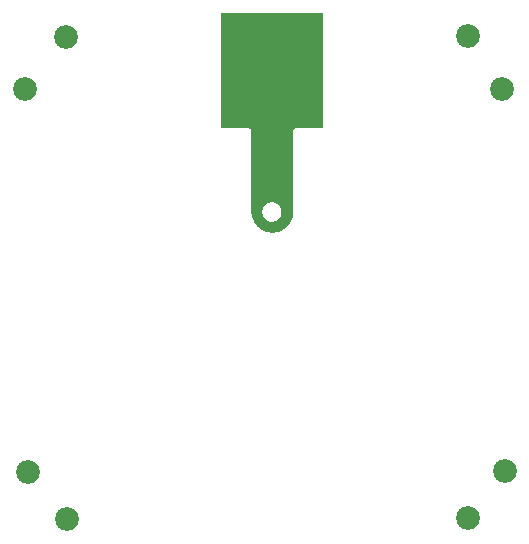
<source format=gts>
G04 MADE WITH FRITZING*
G04 WWW.FRITZING.ORG*
G04 DOUBLE SIDED*
G04 HOLES PLATED*
G04 CONTOUR ON CENTER OF CONTOUR VECTOR*
%ASAXBY*%
%FSLAX23Y23*%
%MOIN*%
%OFA0B0*%
%SFA1.0B1.0*%
%ADD10C,0.079370*%
%ADD11R,0.001000X0.001000*%
%LNCOPPER1*%
G90*
G70*
G54D10*
X1556Y90D03*
X1667Y1521D03*
X87Y242D03*
X217Y86D03*
X215Y1692D03*
X1677Y245D03*
X1554Y1696D03*
X77Y1519D03*
G54D11*
X733Y1773D02*
X1070Y1773D01*
X733Y1772D02*
X1070Y1772D01*
X733Y1771D02*
X1070Y1771D01*
X733Y1770D02*
X1070Y1770D01*
X733Y1769D02*
X1070Y1769D01*
X733Y1768D02*
X1070Y1768D01*
X733Y1767D02*
X1070Y1767D01*
X733Y1766D02*
X1070Y1766D01*
X733Y1765D02*
X1070Y1765D01*
X733Y1764D02*
X1070Y1764D01*
X733Y1763D02*
X1070Y1763D01*
X733Y1762D02*
X1070Y1762D01*
X733Y1761D02*
X1070Y1761D01*
X733Y1760D02*
X1070Y1760D01*
X733Y1759D02*
X1070Y1759D01*
X733Y1758D02*
X1070Y1758D01*
X733Y1757D02*
X1070Y1757D01*
X733Y1756D02*
X1070Y1756D01*
X733Y1755D02*
X1070Y1755D01*
X733Y1754D02*
X1070Y1754D01*
X733Y1753D02*
X1070Y1753D01*
X733Y1752D02*
X1070Y1752D01*
X733Y1751D02*
X1070Y1751D01*
X733Y1750D02*
X1070Y1750D01*
X733Y1749D02*
X1070Y1749D01*
X733Y1748D02*
X1070Y1748D01*
X733Y1747D02*
X1070Y1747D01*
X733Y1746D02*
X1070Y1746D01*
X733Y1745D02*
X1070Y1745D01*
X733Y1744D02*
X1070Y1744D01*
X733Y1743D02*
X1070Y1743D01*
X733Y1742D02*
X1070Y1742D01*
X733Y1741D02*
X1070Y1741D01*
X733Y1740D02*
X1070Y1740D01*
X733Y1739D02*
X1070Y1739D01*
X733Y1738D02*
X1070Y1738D01*
X733Y1737D02*
X1070Y1737D01*
X733Y1736D02*
X1070Y1736D01*
X733Y1735D02*
X1070Y1735D01*
X733Y1734D02*
X1070Y1734D01*
X733Y1733D02*
X1070Y1733D01*
X733Y1732D02*
X1070Y1732D01*
X733Y1731D02*
X1070Y1731D01*
X733Y1730D02*
X1070Y1730D01*
X733Y1729D02*
X1070Y1729D01*
X733Y1728D02*
X1070Y1728D01*
X733Y1727D02*
X1070Y1727D01*
X733Y1726D02*
X1070Y1726D01*
X733Y1725D02*
X1070Y1725D01*
X733Y1724D02*
X1070Y1724D01*
X733Y1723D02*
X1070Y1723D01*
X733Y1722D02*
X1070Y1722D01*
X733Y1721D02*
X1070Y1721D01*
X733Y1720D02*
X1070Y1720D01*
X733Y1719D02*
X1070Y1719D01*
X733Y1718D02*
X1070Y1718D01*
X733Y1717D02*
X1070Y1717D01*
X733Y1716D02*
X1070Y1716D01*
X733Y1715D02*
X1070Y1715D01*
X733Y1714D02*
X1070Y1714D01*
X733Y1713D02*
X1070Y1713D01*
X733Y1712D02*
X1070Y1712D01*
X733Y1711D02*
X1070Y1711D01*
X733Y1710D02*
X1070Y1710D01*
X733Y1709D02*
X1070Y1709D01*
X733Y1708D02*
X1070Y1708D01*
X733Y1707D02*
X1070Y1707D01*
X733Y1706D02*
X1070Y1706D01*
X733Y1705D02*
X1070Y1705D01*
X733Y1704D02*
X1070Y1704D01*
X733Y1703D02*
X1070Y1703D01*
X733Y1702D02*
X1070Y1702D01*
X733Y1701D02*
X1070Y1701D01*
X733Y1700D02*
X1070Y1700D01*
X733Y1699D02*
X1070Y1699D01*
X733Y1698D02*
X1070Y1698D01*
X733Y1697D02*
X1070Y1697D01*
X733Y1696D02*
X1070Y1696D01*
X733Y1695D02*
X1070Y1695D01*
X733Y1694D02*
X1070Y1694D01*
X733Y1693D02*
X1070Y1693D01*
X733Y1692D02*
X1070Y1692D01*
X733Y1691D02*
X1070Y1691D01*
X733Y1690D02*
X1070Y1690D01*
X733Y1689D02*
X1070Y1689D01*
X733Y1688D02*
X1070Y1688D01*
X733Y1687D02*
X1070Y1687D01*
X733Y1686D02*
X1070Y1686D01*
X733Y1685D02*
X1070Y1685D01*
X733Y1684D02*
X1070Y1684D01*
X733Y1683D02*
X1070Y1683D01*
X733Y1682D02*
X1070Y1682D01*
X733Y1681D02*
X1070Y1681D01*
X733Y1680D02*
X1070Y1680D01*
X733Y1679D02*
X1070Y1679D01*
X733Y1678D02*
X1070Y1678D01*
X733Y1677D02*
X1070Y1677D01*
X733Y1676D02*
X1070Y1676D01*
X733Y1675D02*
X1070Y1675D01*
X733Y1674D02*
X1070Y1674D01*
X733Y1673D02*
X1070Y1673D01*
X733Y1672D02*
X1070Y1672D01*
X733Y1671D02*
X1070Y1671D01*
X733Y1670D02*
X1070Y1670D01*
X733Y1669D02*
X1070Y1669D01*
X733Y1668D02*
X1070Y1668D01*
X733Y1667D02*
X1070Y1667D01*
X733Y1666D02*
X1070Y1666D01*
X733Y1665D02*
X1070Y1665D01*
X733Y1664D02*
X1070Y1664D01*
X733Y1663D02*
X1070Y1663D01*
X733Y1662D02*
X1070Y1662D01*
X733Y1661D02*
X1070Y1661D01*
X733Y1660D02*
X1070Y1660D01*
X733Y1659D02*
X1070Y1659D01*
X733Y1658D02*
X1070Y1658D01*
X733Y1657D02*
X1070Y1657D01*
X733Y1656D02*
X1070Y1656D01*
X733Y1655D02*
X1070Y1655D01*
X733Y1654D02*
X1070Y1654D01*
X733Y1653D02*
X1070Y1653D01*
X733Y1652D02*
X1070Y1652D01*
X733Y1651D02*
X1070Y1651D01*
X733Y1650D02*
X1070Y1650D01*
X733Y1649D02*
X1070Y1649D01*
X733Y1648D02*
X1070Y1648D01*
X733Y1647D02*
X1070Y1647D01*
X733Y1646D02*
X1070Y1646D01*
X733Y1645D02*
X1070Y1645D01*
X733Y1644D02*
X1070Y1644D01*
X733Y1643D02*
X1070Y1643D01*
X733Y1642D02*
X1070Y1642D01*
X733Y1641D02*
X1070Y1641D01*
X733Y1640D02*
X1070Y1640D01*
X733Y1639D02*
X1070Y1639D01*
X733Y1638D02*
X1070Y1638D01*
X733Y1637D02*
X1070Y1637D01*
X733Y1636D02*
X1070Y1636D01*
X733Y1635D02*
X1070Y1635D01*
X733Y1634D02*
X1070Y1634D01*
X733Y1633D02*
X1070Y1633D01*
X733Y1632D02*
X1070Y1632D01*
X733Y1631D02*
X1070Y1631D01*
X733Y1630D02*
X1070Y1630D01*
X733Y1629D02*
X1070Y1629D01*
X733Y1628D02*
X1070Y1628D01*
X733Y1627D02*
X1070Y1627D01*
X733Y1626D02*
X1070Y1626D01*
X733Y1625D02*
X1070Y1625D01*
X733Y1624D02*
X1070Y1624D01*
X733Y1623D02*
X1070Y1623D01*
X733Y1622D02*
X1070Y1622D01*
X733Y1621D02*
X1070Y1621D01*
X733Y1620D02*
X1070Y1620D01*
X733Y1619D02*
X1070Y1619D01*
X733Y1618D02*
X1070Y1618D01*
X733Y1617D02*
X1070Y1617D01*
X733Y1616D02*
X1070Y1616D01*
X733Y1615D02*
X1070Y1615D01*
X733Y1614D02*
X1070Y1614D01*
X733Y1613D02*
X1070Y1613D01*
X733Y1612D02*
X1070Y1612D01*
X733Y1611D02*
X1070Y1611D01*
X733Y1610D02*
X1070Y1610D01*
X733Y1609D02*
X1070Y1609D01*
X733Y1608D02*
X1070Y1608D01*
X733Y1607D02*
X1070Y1607D01*
X733Y1606D02*
X1070Y1606D01*
X733Y1605D02*
X1070Y1605D01*
X733Y1604D02*
X1070Y1604D01*
X733Y1603D02*
X1070Y1603D01*
X733Y1602D02*
X1070Y1602D01*
X733Y1601D02*
X1070Y1601D01*
X733Y1600D02*
X1070Y1600D01*
X733Y1599D02*
X1070Y1599D01*
X733Y1598D02*
X1070Y1598D01*
X733Y1597D02*
X1070Y1597D01*
X733Y1596D02*
X1070Y1596D01*
X733Y1595D02*
X1070Y1595D01*
X733Y1594D02*
X1070Y1594D01*
X733Y1593D02*
X1070Y1593D01*
X733Y1592D02*
X1070Y1592D01*
X733Y1591D02*
X1070Y1591D01*
X733Y1590D02*
X1070Y1590D01*
X733Y1589D02*
X1070Y1589D01*
X733Y1588D02*
X1070Y1588D01*
X733Y1587D02*
X1070Y1587D01*
X733Y1586D02*
X1070Y1586D01*
X733Y1585D02*
X1070Y1585D01*
X733Y1584D02*
X1070Y1584D01*
X733Y1583D02*
X1070Y1583D01*
X733Y1582D02*
X1070Y1582D01*
X733Y1581D02*
X1070Y1581D01*
X733Y1580D02*
X1070Y1580D01*
X733Y1579D02*
X1070Y1579D01*
X733Y1578D02*
X1070Y1578D01*
X733Y1577D02*
X1070Y1577D01*
X733Y1576D02*
X1070Y1576D01*
X733Y1575D02*
X1070Y1575D01*
X733Y1574D02*
X1070Y1574D01*
X733Y1573D02*
X1070Y1573D01*
X733Y1572D02*
X1070Y1572D01*
X733Y1571D02*
X1070Y1571D01*
X733Y1570D02*
X1070Y1570D01*
X733Y1569D02*
X1070Y1569D01*
X733Y1568D02*
X1070Y1568D01*
X733Y1567D02*
X1070Y1567D01*
X733Y1566D02*
X1070Y1566D01*
X733Y1565D02*
X1070Y1565D01*
X733Y1564D02*
X1070Y1564D01*
X733Y1563D02*
X1070Y1563D01*
X733Y1562D02*
X1070Y1562D01*
X733Y1561D02*
X1070Y1561D01*
X733Y1560D02*
X1070Y1560D01*
X733Y1559D02*
X1070Y1559D01*
X733Y1558D02*
X1070Y1558D01*
X733Y1557D02*
X1070Y1557D01*
X733Y1556D02*
X1070Y1556D01*
X733Y1555D02*
X1070Y1555D01*
X733Y1554D02*
X1070Y1554D01*
X733Y1553D02*
X1070Y1553D01*
X733Y1552D02*
X1070Y1552D01*
X733Y1551D02*
X1070Y1551D01*
X733Y1550D02*
X1070Y1550D01*
X733Y1549D02*
X1070Y1549D01*
X733Y1548D02*
X1070Y1548D01*
X733Y1547D02*
X1070Y1547D01*
X733Y1546D02*
X1070Y1546D01*
X733Y1545D02*
X1070Y1545D01*
X733Y1544D02*
X1070Y1544D01*
X733Y1543D02*
X1070Y1543D01*
X733Y1542D02*
X1070Y1542D01*
X733Y1541D02*
X1070Y1541D01*
X733Y1540D02*
X1070Y1540D01*
X733Y1539D02*
X1070Y1539D01*
X733Y1538D02*
X1070Y1538D01*
X733Y1537D02*
X1070Y1537D01*
X733Y1536D02*
X1070Y1536D01*
X733Y1535D02*
X1070Y1535D01*
X733Y1534D02*
X1070Y1534D01*
X733Y1533D02*
X1070Y1533D01*
X733Y1532D02*
X1070Y1532D01*
X733Y1531D02*
X1070Y1531D01*
X733Y1530D02*
X1070Y1530D01*
X733Y1529D02*
X1070Y1529D01*
X733Y1528D02*
X1070Y1528D01*
X733Y1527D02*
X1070Y1527D01*
X733Y1526D02*
X1070Y1526D01*
X733Y1525D02*
X1070Y1525D01*
X733Y1524D02*
X1070Y1524D01*
X733Y1523D02*
X1070Y1523D01*
X733Y1522D02*
X1070Y1522D01*
X733Y1521D02*
X1070Y1521D01*
X733Y1520D02*
X1070Y1520D01*
X733Y1519D02*
X1070Y1519D01*
X733Y1518D02*
X1070Y1518D01*
X733Y1517D02*
X1070Y1517D01*
X733Y1516D02*
X1070Y1516D01*
X733Y1515D02*
X1070Y1515D01*
X733Y1514D02*
X1070Y1514D01*
X733Y1513D02*
X1070Y1513D01*
X733Y1512D02*
X1070Y1512D01*
X733Y1511D02*
X1070Y1511D01*
X733Y1510D02*
X1070Y1510D01*
X733Y1509D02*
X1070Y1509D01*
X733Y1508D02*
X1070Y1508D01*
X733Y1507D02*
X1070Y1507D01*
X733Y1506D02*
X1070Y1506D01*
X733Y1505D02*
X1070Y1505D01*
X733Y1504D02*
X1070Y1504D01*
X733Y1503D02*
X1070Y1503D01*
X733Y1502D02*
X1070Y1502D01*
X733Y1501D02*
X1070Y1501D01*
X733Y1500D02*
X1070Y1500D01*
X733Y1499D02*
X1070Y1499D01*
X733Y1498D02*
X1070Y1498D01*
X733Y1497D02*
X1070Y1497D01*
X733Y1496D02*
X1070Y1496D01*
X733Y1495D02*
X1070Y1495D01*
X733Y1494D02*
X1070Y1494D01*
X733Y1493D02*
X1070Y1493D01*
X733Y1492D02*
X1070Y1492D01*
X733Y1491D02*
X1070Y1491D01*
X733Y1490D02*
X1070Y1490D01*
X733Y1489D02*
X1070Y1489D01*
X733Y1488D02*
X1070Y1488D01*
X733Y1487D02*
X1070Y1487D01*
X733Y1486D02*
X1070Y1486D01*
X733Y1485D02*
X1070Y1485D01*
X733Y1484D02*
X1070Y1484D01*
X733Y1483D02*
X1070Y1483D01*
X733Y1482D02*
X1070Y1482D01*
X733Y1481D02*
X1070Y1481D01*
X733Y1480D02*
X1070Y1480D01*
X733Y1479D02*
X1070Y1479D01*
X733Y1478D02*
X1070Y1478D01*
X733Y1477D02*
X1070Y1477D01*
X733Y1476D02*
X1070Y1476D01*
X733Y1475D02*
X1070Y1475D01*
X733Y1474D02*
X1070Y1474D01*
X733Y1473D02*
X1070Y1473D01*
X733Y1472D02*
X1070Y1472D01*
X733Y1471D02*
X1070Y1471D01*
X733Y1470D02*
X1070Y1470D01*
X733Y1469D02*
X1070Y1469D01*
X733Y1468D02*
X1070Y1468D01*
X733Y1467D02*
X1070Y1467D01*
X733Y1466D02*
X1070Y1466D01*
X733Y1465D02*
X1070Y1465D01*
X733Y1464D02*
X1070Y1464D01*
X733Y1463D02*
X1070Y1463D01*
X733Y1462D02*
X1070Y1462D01*
X733Y1461D02*
X1070Y1461D01*
X733Y1460D02*
X1070Y1460D01*
X733Y1459D02*
X1070Y1459D01*
X733Y1458D02*
X1070Y1458D01*
X733Y1457D02*
X1070Y1457D01*
X733Y1456D02*
X1070Y1456D01*
X733Y1455D02*
X1070Y1455D01*
X733Y1454D02*
X1070Y1454D01*
X733Y1453D02*
X1070Y1453D01*
X733Y1452D02*
X1070Y1452D01*
X733Y1451D02*
X1070Y1451D01*
X733Y1450D02*
X1070Y1450D01*
X733Y1449D02*
X1070Y1449D01*
X733Y1448D02*
X1070Y1448D01*
X733Y1447D02*
X1070Y1447D01*
X733Y1446D02*
X1070Y1446D01*
X733Y1445D02*
X1070Y1445D01*
X733Y1444D02*
X1070Y1444D01*
X733Y1443D02*
X1070Y1443D01*
X733Y1442D02*
X1070Y1442D01*
X733Y1441D02*
X1070Y1441D01*
X733Y1440D02*
X1070Y1440D01*
X733Y1439D02*
X1070Y1439D01*
X733Y1438D02*
X1070Y1438D01*
X733Y1437D02*
X1070Y1437D01*
X733Y1436D02*
X1070Y1436D01*
X733Y1435D02*
X1070Y1435D01*
X733Y1434D02*
X1070Y1434D01*
X733Y1433D02*
X1070Y1433D01*
X733Y1432D02*
X1070Y1432D01*
X733Y1431D02*
X1070Y1431D01*
X733Y1430D02*
X1070Y1430D01*
X733Y1429D02*
X1070Y1429D01*
X733Y1428D02*
X1070Y1428D01*
X733Y1427D02*
X1070Y1427D01*
X733Y1426D02*
X1070Y1426D01*
X733Y1425D02*
X1070Y1425D01*
X733Y1424D02*
X1070Y1424D01*
X733Y1423D02*
X1070Y1423D01*
X733Y1422D02*
X1070Y1422D01*
X733Y1421D02*
X1070Y1421D01*
X733Y1420D02*
X1070Y1420D01*
X733Y1419D02*
X1070Y1419D01*
X733Y1418D02*
X1070Y1418D01*
X733Y1417D02*
X1070Y1417D01*
X733Y1416D02*
X1070Y1416D01*
X733Y1415D02*
X1070Y1415D01*
X733Y1414D02*
X1070Y1414D01*
X733Y1413D02*
X1070Y1413D01*
X733Y1412D02*
X1070Y1412D01*
X733Y1411D02*
X1070Y1411D01*
X733Y1410D02*
X1070Y1410D01*
X733Y1409D02*
X1070Y1409D01*
X733Y1408D02*
X1070Y1408D01*
X733Y1407D02*
X1070Y1407D01*
X733Y1406D02*
X1070Y1406D01*
X733Y1405D02*
X1070Y1405D01*
X733Y1404D02*
X1070Y1404D01*
X733Y1403D02*
X1070Y1403D01*
X733Y1402D02*
X1070Y1402D01*
X733Y1401D02*
X1070Y1401D01*
X733Y1400D02*
X1070Y1400D01*
X733Y1399D02*
X1070Y1399D01*
X733Y1398D02*
X1070Y1398D01*
X733Y1397D02*
X1070Y1397D01*
X733Y1396D02*
X1070Y1396D01*
X733Y1395D02*
X1070Y1395D01*
X733Y1394D02*
X1070Y1394D01*
X733Y1393D02*
X1070Y1393D01*
X733Y1392D02*
X1070Y1392D01*
X733Y1391D02*
X1070Y1391D01*
X733Y1390D02*
X1070Y1390D01*
X825Y1389D02*
X981Y1389D01*
X827Y1388D02*
X979Y1388D01*
X829Y1387D02*
X978Y1387D01*
X830Y1386D02*
X976Y1386D01*
X831Y1385D02*
X975Y1385D01*
X832Y1384D02*
X975Y1384D01*
X832Y1383D02*
X974Y1383D01*
X833Y1382D02*
X974Y1382D01*
X833Y1381D02*
X973Y1381D01*
X834Y1380D02*
X973Y1380D01*
X834Y1379D02*
X973Y1379D01*
X834Y1378D02*
X973Y1378D01*
X834Y1377D02*
X973Y1377D01*
X834Y1376D02*
X973Y1376D01*
X834Y1375D02*
X973Y1375D01*
X834Y1374D02*
X973Y1374D01*
X834Y1373D02*
X973Y1373D01*
X834Y1372D02*
X973Y1372D01*
X834Y1371D02*
X973Y1371D01*
X834Y1370D02*
X973Y1370D01*
X834Y1369D02*
X973Y1369D01*
X834Y1368D02*
X973Y1368D01*
X834Y1367D02*
X973Y1367D01*
X834Y1366D02*
X973Y1366D01*
X834Y1365D02*
X973Y1365D01*
X834Y1364D02*
X973Y1364D01*
X834Y1363D02*
X973Y1363D01*
X834Y1362D02*
X973Y1362D01*
X834Y1361D02*
X973Y1361D01*
X834Y1360D02*
X973Y1360D01*
X834Y1359D02*
X973Y1359D01*
X834Y1358D02*
X973Y1358D01*
X834Y1357D02*
X973Y1357D01*
X834Y1356D02*
X973Y1356D01*
X834Y1355D02*
X973Y1355D01*
X834Y1354D02*
X973Y1354D01*
X834Y1353D02*
X973Y1353D01*
X834Y1352D02*
X973Y1352D01*
X834Y1351D02*
X973Y1351D01*
X834Y1350D02*
X973Y1350D01*
X834Y1349D02*
X973Y1349D01*
X834Y1348D02*
X973Y1348D01*
X834Y1347D02*
X973Y1347D01*
X834Y1346D02*
X973Y1346D01*
X834Y1345D02*
X973Y1345D01*
X834Y1344D02*
X973Y1344D01*
X834Y1343D02*
X973Y1343D01*
X834Y1342D02*
X973Y1342D01*
X834Y1341D02*
X973Y1341D01*
X834Y1340D02*
X973Y1340D01*
X834Y1339D02*
X973Y1339D01*
X834Y1338D02*
X973Y1338D01*
X834Y1337D02*
X973Y1337D01*
X834Y1336D02*
X973Y1336D01*
X834Y1335D02*
X973Y1335D01*
X834Y1334D02*
X973Y1334D01*
X834Y1333D02*
X973Y1333D01*
X834Y1332D02*
X973Y1332D01*
X834Y1331D02*
X973Y1331D01*
X834Y1330D02*
X973Y1330D01*
X834Y1329D02*
X973Y1329D01*
X834Y1328D02*
X973Y1328D01*
X834Y1327D02*
X973Y1327D01*
X834Y1326D02*
X973Y1326D01*
X834Y1325D02*
X973Y1325D01*
X834Y1324D02*
X973Y1324D01*
X834Y1323D02*
X973Y1323D01*
X834Y1322D02*
X973Y1322D01*
X834Y1321D02*
X973Y1321D01*
X834Y1320D02*
X973Y1320D01*
X834Y1319D02*
X973Y1319D01*
X834Y1318D02*
X973Y1318D01*
X834Y1317D02*
X973Y1317D01*
X834Y1316D02*
X973Y1316D01*
X834Y1315D02*
X973Y1315D01*
X834Y1314D02*
X973Y1314D01*
X834Y1313D02*
X973Y1313D01*
X834Y1312D02*
X973Y1312D01*
X834Y1311D02*
X973Y1311D01*
X834Y1310D02*
X973Y1310D01*
X834Y1309D02*
X973Y1309D01*
X834Y1308D02*
X973Y1308D01*
X834Y1307D02*
X973Y1307D01*
X834Y1306D02*
X973Y1306D01*
X834Y1305D02*
X973Y1305D01*
X834Y1304D02*
X973Y1304D01*
X834Y1303D02*
X973Y1303D01*
X834Y1302D02*
X973Y1302D01*
X834Y1301D02*
X973Y1301D01*
X834Y1300D02*
X973Y1300D01*
X834Y1299D02*
X973Y1299D01*
X834Y1298D02*
X973Y1298D01*
X834Y1297D02*
X973Y1297D01*
X834Y1296D02*
X973Y1296D01*
X834Y1295D02*
X973Y1295D01*
X834Y1294D02*
X973Y1294D01*
X834Y1293D02*
X973Y1293D01*
X834Y1292D02*
X973Y1292D01*
X834Y1291D02*
X973Y1291D01*
X834Y1290D02*
X973Y1290D01*
X834Y1289D02*
X973Y1289D01*
X834Y1288D02*
X973Y1288D01*
X834Y1287D02*
X973Y1287D01*
X834Y1286D02*
X973Y1286D01*
X834Y1285D02*
X973Y1285D01*
X834Y1284D02*
X973Y1284D01*
X834Y1283D02*
X973Y1283D01*
X834Y1282D02*
X973Y1282D01*
X834Y1281D02*
X973Y1281D01*
X834Y1280D02*
X973Y1280D01*
X834Y1279D02*
X973Y1279D01*
X834Y1278D02*
X973Y1278D01*
X834Y1277D02*
X973Y1277D01*
X834Y1276D02*
X973Y1276D01*
X834Y1275D02*
X973Y1275D01*
X834Y1274D02*
X973Y1274D01*
X834Y1273D02*
X973Y1273D01*
X834Y1272D02*
X973Y1272D01*
X834Y1271D02*
X973Y1271D01*
X834Y1270D02*
X973Y1270D01*
X834Y1269D02*
X973Y1269D01*
X834Y1268D02*
X973Y1268D01*
X834Y1267D02*
X973Y1267D01*
X834Y1266D02*
X973Y1266D01*
X834Y1265D02*
X973Y1265D01*
X834Y1264D02*
X973Y1264D01*
X834Y1263D02*
X973Y1263D01*
X834Y1262D02*
X973Y1262D01*
X834Y1261D02*
X973Y1261D01*
X834Y1260D02*
X973Y1260D01*
X834Y1259D02*
X973Y1259D01*
X834Y1258D02*
X973Y1258D01*
X834Y1257D02*
X973Y1257D01*
X834Y1256D02*
X973Y1256D01*
X834Y1255D02*
X973Y1255D01*
X834Y1254D02*
X973Y1254D01*
X834Y1253D02*
X973Y1253D01*
X834Y1252D02*
X973Y1252D01*
X834Y1251D02*
X973Y1251D01*
X834Y1250D02*
X973Y1250D01*
X834Y1249D02*
X973Y1249D01*
X834Y1248D02*
X973Y1248D01*
X834Y1247D02*
X973Y1247D01*
X834Y1246D02*
X973Y1246D01*
X834Y1245D02*
X973Y1245D01*
X834Y1244D02*
X973Y1244D01*
X834Y1243D02*
X973Y1243D01*
X834Y1242D02*
X973Y1242D01*
X834Y1241D02*
X973Y1241D01*
X834Y1240D02*
X973Y1240D01*
X834Y1239D02*
X973Y1239D01*
X834Y1238D02*
X973Y1238D01*
X834Y1237D02*
X973Y1237D01*
X834Y1236D02*
X973Y1236D01*
X834Y1235D02*
X973Y1235D01*
X834Y1234D02*
X973Y1234D01*
X834Y1233D02*
X973Y1233D01*
X834Y1232D02*
X973Y1232D01*
X834Y1231D02*
X973Y1231D01*
X834Y1230D02*
X973Y1230D01*
X834Y1229D02*
X973Y1229D01*
X834Y1228D02*
X973Y1228D01*
X834Y1227D02*
X973Y1227D01*
X834Y1226D02*
X973Y1226D01*
X834Y1225D02*
X973Y1225D01*
X834Y1224D02*
X973Y1224D01*
X834Y1223D02*
X973Y1223D01*
X834Y1222D02*
X973Y1222D01*
X834Y1221D02*
X973Y1221D01*
X834Y1220D02*
X973Y1220D01*
X834Y1219D02*
X973Y1219D01*
X834Y1218D02*
X973Y1218D01*
X834Y1217D02*
X973Y1217D01*
X834Y1216D02*
X973Y1216D01*
X834Y1215D02*
X973Y1215D01*
X834Y1214D02*
X973Y1214D01*
X834Y1213D02*
X973Y1213D01*
X834Y1212D02*
X973Y1212D01*
X834Y1211D02*
X973Y1211D01*
X834Y1210D02*
X973Y1210D01*
X834Y1209D02*
X973Y1209D01*
X834Y1208D02*
X973Y1208D01*
X834Y1207D02*
X973Y1207D01*
X834Y1206D02*
X973Y1206D01*
X834Y1205D02*
X973Y1205D01*
X834Y1204D02*
X973Y1204D01*
X834Y1203D02*
X973Y1203D01*
X834Y1202D02*
X973Y1202D01*
X834Y1201D02*
X973Y1201D01*
X834Y1200D02*
X973Y1200D01*
X834Y1199D02*
X973Y1199D01*
X834Y1198D02*
X973Y1198D01*
X834Y1197D02*
X973Y1197D01*
X834Y1196D02*
X973Y1196D01*
X834Y1195D02*
X973Y1195D01*
X834Y1194D02*
X973Y1194D01*
X834Y1193D02*
X973Y1193D01*
X834Y1192D02*
X973Y1192D01*
X834Y1191D02*
X973Y1191D01*
X834Y1190D02*
X973Y1190D01*
X834Y1189D02*
X973Y1189D01*
X834Y1188D02*
X973Y1188D01*
X834Y1187D02*
X973Y1187D01*
X834Y1186D02*
X973Y1186D01*
X834Y1185D02*
X973Y1185D01*
X834Y1184D02*
X973Y1184D01*
X834Y1183D02*
X973Y1183D01*
X834Y1182D02*
X973Y1182D01*
X834Y1181D02*
X973Y1181D01*
X834Y1180D02*
X973Y1180D01*
X834Y1179D02*
X973Y1179D01*
X834Y1178D02*
X973Y1178D01*
X834Y1177D02*
X973Y1177D01*
X834Y1176D02*
X973Y1176D01*
X834Y1175D02*
X973Y1175D01*
X834Y1174D02*
X973Y1174D01*
X834Y1173D02*
X973Y1173D01*
X834Y1172D02*
X973Y1172D01*
X834Y1171D02*
X973Y1171D01*
X834Y1170D02*
X973Y1170D01*
X834Y1169D02*
X973Y1169D01*
X834Y1168D02*
X973Y1168D01*
X834Y1167D02*
X973Y1167D01*
X834Y1166D02*
X973Y1166D01*
X834Y1165D02*
X973Y1165D01*
X834Y1164D02*
X973Y1164D01*
X834Y1163D02*
X973Y1163D01*
X834Y1162D02*
X973Y1162D01*
X834Y1161D02*
X973Y1161D01*
X834Y1160D02*
X973Y1160D01*
X834Y1159D02*
X973Y1159D01*
X834Y1158D02*
X973Y1158D01*
X834Y1157D02*
X973Y1157D01*
X834Y1156D02*
X973Y1156D01*
X834Y1155D02*
X973Y1155D01*
X834Y1154D02*
X973Y1154D01*
X834Y1153D02*
X973Y1153D01*
X834Y1152D02*
X973Y1152D01*
X834Y1151D02*
X973Y1151D01*
X834Y1150D02*
X973Y1150D01*
X834Y1149D02*
X973Y1149D01*
X834Y1148D02*
X973Y1148D01*
X834Y1147D02*
X973Y1147D01*
X834Y1146D02*
X973Y1146D01*
X834Y1145D02*
X973Y1145D01*
X834Y1144D02*
X973Y1144D01*
X834Y1143D02*
X973Y1143D01*
X834Y1142D02*
X973Y1142D01*
X834Y1141D02*
X895Y1141D01*
X909Y1141D02*
X973Y1141D01*
X834Y1140D02*
X891Y1140D01*
X912Y1140D02*
X973Y1140D01*
X834Y1139D02*
X888Y1139D01*
X915Y1139D02*
X973Y1139D01*
X834Y1138D02*
X886Y1138D01*
X917Y1138D02*
X973Y1138D01*
X834Y1137D02*
X885Y1137D01*
X919Y1137D02*
X973Y1137D01*
X834Y1136D02*
X883Y1136D01*
X920Y1136D02*
X973Y1136D01*
X834Y1135D02*
X882Y1135D01*
X922Y1135D02*
X973Y1135D01*
X834Y1134D02*
X880Y1134D01*
X923Y1134D02*
X973Y1134D01*
X834Y1133D02*
X879Y1133D01*
X924Y1133D02*
X973Y1133D01*
X834Y1132D02*
X878Y1132D01*
X925Y1132D02*
X973Y1132D01*
X834Y1131D02*
X877Y1131D01*
X926Y1131D02*
X973Y1131D01*
X834Y1130D02*
X876Y1130D01*
X927Y1130D02*
X973Y1130D01*
X834Y1129D02*
X876Y1129D01*
X928Y1129D02*
X973Y1129D01*
X834Y1128D02*
X875Y1128D01*
X928Y1128D02*
X973Y1128D01*
X834Y1127D02*
X874Y1127D01*
X929Y1127D02*
X973Y1127D01*
X834Y1126D02*
X874Y1126D01*
X930Y1126D02*
X973Y1126D01*
X834Y1125D02*
X873Y1125D01*
X930Y1125D02*
X973Y1125D01*
X834Y1124D02*
X872Y1124D01*
X931Y1124D02*
X973Y1124D01*
X834Y1123D02*
X872Y1123D01*
X931Y1123D02*
X973Y1123D01*
X834Y1122D02*
X871Y1122D01*
X932Y1122D02*
X973Y1122D01*
X834Y1121D02*
X871Y1121D01*
X932Y1121D02*
X973Y1121D01*
X834Y1120D02*
X871Y1120D01*
X933Y1120D02*
X973Y1120D01*
X834Y1119D02*
X870Y1119D01*
X933Y1119D02*
X973Y1119D01*
X834Y1118D02*
X870Y1118D01*
X933Y1118D02*
X973Y1118D01*
X834Y1117D02*
X870Y1117D01*
X934Y1117D02*
X973Y1117D01*
X834Y1116D02*
X870Y1116D01*
X934Y1116D02*
X973Y1116D01*
X834Y1115D02*
X869Y1115D01*
X934Y1115D02*
X973Y1115D01*
X834Y1114D02*
X869Y1114D01*
X934Y1114D02*
X973Y1114D01*
X834Y1113D02*
X869Y1113D01*
X934Y1113D02*
X973Y1113D01*
X834Y1112D02*
X869Y1112D01*
X934Y1112D02*
X973Y1112D01*
X834Y1111D02*
X869Y1111D01*
X934Y1111D02*
X973Y1111D01*
X834Y1110D02*
X869Y1110D01*
X934Y1110D02*
X972Y1110D01*
X834Y1109D02*
X869Y1109D01*
X934Y1109D02*
X972Y1109D01*
X834Y1108D02*
X869Y1108D01*
X934Y1108D02*
X972Y1108D01*
X834Y1107D02*
X869Y1107D01*
X934Y1107D02*
X972Y1107D01*
X834Y1106D02*
X869Y1106D01*
X934Y1106D02*
X972Y1106D01*
X834Y1105D02*
X869Y1105D01*
X934Y1105D02*
X972Y1105D01*
X834Y1104D02*
X869Y1104D01*
X934Y1104D02*
X972Y1104D01*
X834Y1103D02*
X869Y1103D01*
X934Y1103D02*
X972Y1103D01*
X834Y1102D02*
X870Y1102D01*
X934Y1102D02*
X972Y1102D01*
X835Y1101D02*
X870Y1101D01*
X933Y1101D02*
X972Y1101D01*
X835Y1100D02*
X870Y1100D01*
X933Y1100D02*
X972Y1100D01*
X835Y1099D02*
X871Y1099D01*
X933Y1099D02*
X971Y1099D01*
X835Y1098D02*
X871Y1098D01*
X932Y1098D02*
X971Y1098D01*
X835Y1097D02*
X871Y1097D01*
X932Y1097D02*
X971Y1097D01*
X835Y1096D02*
X872Y1096D01*
X932Y1096D02*
X971Y1096D01*
X836Y1095D02*
X872Y1095D01*
X931Y1095D02*
X971Y1095D01*
X836Y1094D02*
X873Y1094D01*
X931Y1094D02*
X970Y1094D01*
X836Y1093D02*
X873Y1093D01*
X930Y1093D02*
X970Y1093D01*
X836Y1092D02*
X874Y1092D01*
X929Y1092D02*
X970Y1092D01*
X837Y1091D02*
X875Y1091D01*
X929Y1091D02*
X970Y1091D01*
X837Y1090D02*
X875Y1090D01*
X928Y1090D02*
X969Y1090D01*
X837Y1089D02*
X876Y1089D01*
X927Y1089D02*
X969Y1089D01*
X838Y1088D02*
X877Y1088D01*
X926Y1088D02*
X969Y1088D01*
X838Y1087D02*
X878Y1087D01*
X925Y1087D02*
X968Y1087D01*
X838Y1086D02*
X879Y1086D01*
X924Y1086D02*
X968Y1086D01*
X839Y1085D02*
X880Y1085D01*
X923Y1085D02*
X968Y1085D01*
X839Y1084D02*
X881Y1084D01*
X922Y1084D02*
X967Y1084D01*
X840Y1083D02*
X882Y1083D01*
X921Y1083D02*
X967Y1083D01*
X840Y1082D02*
X884Y1082D01*
X919Y1082D02*
X966Y1082D01*
X841Y1081D02*
X886Y1081D01*
X918Y1081D02*
X966Y1081D01*
X841Y1080D02*
X888Y1080D01*
X916Y1080D02*
X965Y1080D01*
X841Y1079D02*
X890Y1079D01*
X913Y1079D02*
X965Y1079D01*
X842Y1078D02*
X893Y1078D01*
X910Y1078D02*
X964Y1078D01*
X842Y1077D02*
X964Y1077D01*
X843Y1076D02*
X963Y1076D01*
X844Y1075D02*
X963Y1075D01*
X844Y1074D02*
X962Y1074D01*
X845Y1073D02*
X962Y1073D01*
X845Y1072D02*
X961Y1072D01*
X846Y1071D02*
X960Y1071D01*
X847Y1070D02*
X960Y1070D01*
X848Y1069D02*
X959Y1069D01*
X848Y1068D02*
X958Y1068D01*
X849Y1067D02*
X957Y1067D01*
X850Y1066D02*
X957Y1066D01*
X851Y1065D02*
X956Y1065D01*
X852Y1064D02*
X955Y1064D01*
X853Y1063D02*
X954Y1063D01*
X854Y1062D02*
X953Y1062D01*
X854Y1061D02*
X952Y1061D01*
X856Y1060D02*
X951Y1060D01*
X857Y1059D02*
X950Y1059D01*
X858Y1058D02*
X949Y1058D01*
X859Y1057D02*
X948Y1057D01*
X860Y1056D02*
X946Y1056D01*
X861Y1055D02*
X945Y1055D01*
X863Y1054D02*
X944Y1054D01*
X864Y1053D02*
X942Y1053D01*
X866Y1052D02*
X941Y1052D01*
X867Y1051D02*
X939Y1051D01*
X869Y1050D02*
X938Y1050D01*
X871Y1049D02*
X936Y1049D01*
X873Y1048D02*
X934Y1048D01*
X875Y1047D02*
X932Y1047D01*
X877Y1046D02*
X930Y1046D01*
X880Y1045D02*
X927Y1045D01*
X882Y1044D02*
X924Y1044D01*
X886Y1043D02*
X921Y1043D01*
X890Y1042D02*
X917Y1042D01*
X896Y1041D02*
X910Y1041D01*
D02*
G04 End of Copper1*
M02*
</source>
